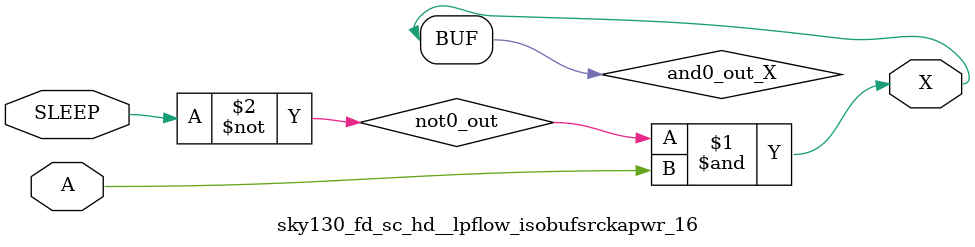
<source format=v>
/*
 * Copyright 2020 The SkyWater PDK Authors
 *
 * Licensed under the Apache License, Version 2.0 (the "License");
 * you may not use this file except in compliance with the License.
 * You may obtain a copy of the License at
 *
 *     https://www.apache.org/licenses/LICENSE-2.0
 *
 * Unless required by applicable law or agreed to in writing, software
 * distributed under the License is distributed on an "AS IS" BASIS,
 * WITHOUT WARRANTIES OR CONDITIONS OF ANY KIND, either express or implied.
 * See the License for the specific language governing permissions and
 * limitations under the License.
 *
 * SPDX-License-Identifier: Apache-2.0
*/


`ifndef SKY130_FD_SC_HD__LPFLOW_ISOBUFSRCKAPWR_16_FUNCTIONAL_V
`define SKY130_FD_SC_HD__LPFLOW_ISOBUFSRCKAPWR_16_FUNCTIONAL_V

/**
 * lpflow_isobufsrckapwr: Input isolation, noninverted sleep on
 *                        keep-alive power rail.
 *
 *                        X = (!A | SLEEP)
 *
 * Verilog simulation functional model.
 */

`timescale 1ns / 1ps
`default_nettype none

`celldefine
module sky130_fd_sc_hd__lpflow_isobufsrckapwr_16 (
    X    ,
    SLEEP,
    A
);

    // Module ports
    output X    ;
    input  SLEEP;
    input  A    ;

    // Local signals
    wire not0_out  ;
    wire and0_out_X;

    //  Name  Output      Other arguments
    not not0 (not0_out  , SLEEP          );
    and and0 (and0_out_X, not0_out, A    );
    buf buf0 (X         , and0_out_X     );

endmodule
`endcelldefine

`default_nettype wire
`endif  // SKY130_FD_SC_HD__LPFLOW_ISOBUFSRCKAPWR_16_FUNCTIONAL_V

</source>
